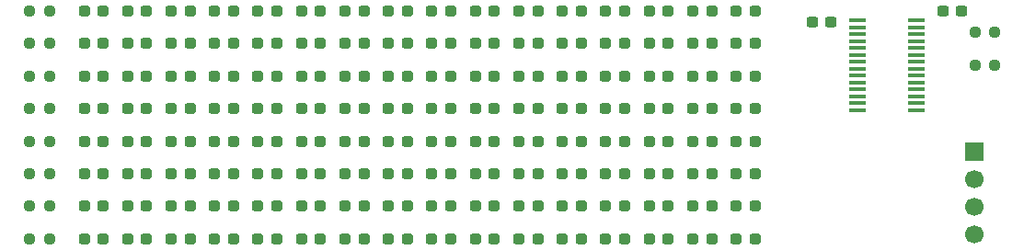
<source format=gbr>
%TF.GenerationSoftware,KiCad,Pcbnew,9.0.6*%
%TF.CreationDate,2025-12-12T10:33:16-06:00*%
%TF.ProjectId,led-pcb,6c65642d-7063-4622-9e6b-696361645f70,rev?*%
%TF.SameCoordinates,Original*%
%TF.FileFunction,Soldermask,Top*%
%TF.FilePolarity,Negative*%
%FSLAX46Y46*%
G04 Gerber Fmt 4.6, Leading zero omitted, Abs format (unit mm)*
G04 Created by KiCad (PCBNEW 9.0.6) date 2025-12-12 10:33:16*
%MOMM*%
%LPD*%
G01*
G04 APERTURE LIST*
G04 Aperture macros list*
%AMRoundRect*
0 Rectangle with rounded corners*
0 $1 Rounding radius*
0 $2 $3 $4 $5 $6 $7 $8 $9 X,Y pos of 4 corners*
0 Add a 4 corners polygon primitive as box body*
4,1,4,$2,$3,$4,$5,$6,$7,$8,$9,$2,$3,0*
0 Add four circle primitives for the rounded corners*
1,1,$1+$1,$2,$3*
1,1,$1+$1,$4,$5*
1,1,$1+$1,$6,$7*
1,1,$1+$1,$8,$9*
0 Add four rect primitives between the rounded corners*
20,1,$1+$1,$2,$3,$4,$5,0*
20,1,$1+$1,$4,$5,$6,$7,0*
20,1,$1+$1,$6,$7,$8,$9,0*
20,1,$1+$1,$8,$9,$2,$3,0*%
G04 Aperture macros list end*
%ADD10RoundRect,0.237500X-0.287500X-0.237500X0.287500X-0.237500X0.287500X0.237500X-0.287500X0.237500X0*%
%ADD11RoundRect,0.237500X-0.250000X-0.237500X0.250000X-0.237500X0.250000X0.237500X-0.250000X0.237500X0*%
%ADD12R,1.700000X1.700000*%
%ADD13C,1.700000*%
%ADD14RoundRect,0.237500X-0.300000X-0.237500X0.300000X-0.237500X0.300000X0.237500X-0.300000X0.237500X0*%
%ADD15R,1.500000X0.435000*%
G04 APERTURE END LIST*
D10*
%TO.C,D65*%
X135125000Y-101000000D03*
X136875000Y-101000000D03*
%TD*%
%TO.C,D28*%
X115125000Y-110000000D03*
X116875000Y-110000000D03*
%TD*%
%TO.C,D11*%
X107125000Y-107000000D03*
X108875000Y-107000000D03*
%TD*%
%TO.C,D110*%
X155125000Y-116000000D03*
X156875000Y-116000000D03*
%TD*%
%TO.C,D92*%
X147125000Y-110000000D03*
X148875000Y-110000000D03*
%TD*%
%TO.C,D50*%
X127125000Y-104000000D03*
X128875000Y-104000000D03*
%TD*%
%TO.C,D10*%
X107125000Y-104000000D03*
X108875000Y-104000000D03*
%TD*%
%TO.C,D91*%
X147125000Y-107000000D03*
X148875000Y-107000000D03*
%TD*%
%TO.C,D105*%
X155125000Y-101000000D03*
X156875000Y-101000000D03*
%TD*%
%TO.C,D73*%
X139125000Y-101000000D03*
X140875000Y-101000000D03*
%TD*%
D11*
%TO.C,R2*%
X98112500Y-104000000D03*
X99937500Y-104000000D03*
%TD*%
D10*
%TO.C,D39*%
X119125000Y-119000000D03*
X120875000Y-119000000D03*
%TD*%
%TO.C,D56*%
X127125000Y-122000000D03*
X128875000Y-122000000D03*
%TD*%
%TO.C,D9*%
X107125000Y-101000000D03*
X108875000Y-101000000D03*
%TD*%
%TO.C,D42*%
X123125000Y-104000000D03*
X124875000Y-104000000D03*
%TD*%
%TO.C,D45*%
X123125000Y-113000000D03*
X124875000Y-113000000D03*
%TD*%
%TO.C,D61*%
X131125000Y-113000000D03*
X132875000Y-113000000D03*
%TD*%
D11*
%TO.C,R7*%
X98112500Y-119000000D03*
X99937500Y-119000000D03*
%TD*%
D12*
%TO.C,J1*%
X185000000Y-114000000D03*
D13*
X185000000Y-116540000D03*
X185000000Y-119080000D03*
X185000000Y-121620000D03*
%TD*%
D10*
%TO.C,D100*%
X151125000Y-110000000D03*
X152875000Y-110000000D03*
%TD*%
D11*
%TO.C,R4*%
X98112500Y-110000000D03*
X99937500Y-110000000D03*
%TD*%
D10*
%TO.C,D7*%
X103150000Y-119000000D03*
X104900000Y-119000000D03*
%TD*%
%TO.C,D102*%
X151125000Y-116000000D03*
X152875000Y-116000000D03*
%TD*%
%TO.C,D34*%
X119125000Y-104000000D03*
X120875000Y-104000000D03*
%TD*%
%TO.C,D118*%
X159125000Y-116000000D03*
X160875000Y-116000000D03*
%TD*%
%TO.C,D57*%
X131125000Y-101000000D03*
X132875000Y-101000000D03*
%TD*%
%TO.C,D37*%
X119125000Y-113000000D03*
X120875000Y-113000000D03*
%TD*%
%TO.C,D78*%
X139125000Y-116000000D03*
X140875000Y-116000000D03*
%TD*%
%TO.C,D84*%
X143125000Y-110000000D03*
X144875000Y-110000000D03*
%TD*%
%TO.C,D2*%
X103150000Y-104000000D03*
X104900000Y-104000000D03*
%TD*%
D14*
%TO.C,C2*%
X170137500Y-102000000D03*
X171862500Y-102000000D03*
%TD*%
D10*
%TO.C,D59*%
X131125000Y-107000000D03*
X132875000Y-107000000D03*
%TD*%
%TO.C,D90*%
X147125000Y-104000000D03*
X148875000Y-104000000D03*
%TD*%
%TO.C,D49*%
X127125000Y-101000000D03*
X128875000Y-101000000D03*
%TD*%
%TO.C,D17*%
X111125000Y-101000000D03*
X112875000Y-101000000D03*
%TD*%
%TO.C,D36*%
X119125000Y-110000000D03*
X120875000Y-110000000D03*
%TD*%
%TO.C,D97*%
X151125000Y-101000000D03*
X152875000Y-101000000D03*
%TD*%
%TO.C,D109*%
X155125000Y-113000000D03*
X156875000Y-113000000D03*
%TD*%
%TO.C,D114*%
X159125000Y-104000000D03*
X160875000Y-104000000D03*
%TD*%
%TO.C,D43*%
X123125000Y-107000000D03*
X124875000Y-107000000D03*
%TD*%
%TO.C,D89*%
X147125000Y-101000000D03*
X148875000Y-101000000D03*
%TD*%
%TO.C,D74*%
X139125000Y-104000000D03*
X140875000Y-104000000D03*
%TD*%
%TO.C,D103*%
X151125000Y-119000000D03*
X152875000Y-119000000D03*
%TD*%
%TO.C,D86*%
X143125000Y-116000000D03*
X144875000Y-116000000D03*
%TD*%
%TO.C,D24*%
X111125000Y-122000000D03*
X112875000Y-122000000D03*
%TD*%
%TO.C,D46*%
X123125000Y-116000000D03*
X124875000Y-116000000D03*
%TD*%
D11*
%TO.C,R9*%
X185087500Y-103000000D03*
X186912500Y-103000000D03*
%TD*%
D10*
%TO.C,D5*%
X103150000Y-113000000D03*
X104900000Y-113000000D03*
%TD*%
%TO.C,D117*%
X159125000Y-113000000D03*
X160875000Y-113000000D03*
%TD*%
%TO.C,D68*%
X135125000Y-110000000D03*
X136875000Y-110000000D03*
%TD*%
%TO.C,D32*%
X115125000Y-122000000D03*
X116875000Y-122000000D03*
%TD*%
%TO.C,D23*%
X111125000Y-119000000D03*
X112875000Y-119000000D03*
%TD*%
%TO.C,D16*%
X107125000Y-122000000D03*
X108875000Y-122000000D03*
%TD*%
%TO.C,D101*%
X151125000Y-113000000D03*
X152875000Y-113000000D03*
%TD*%
%TO.C,D53*%
X127125000Y-113000000D03*
X128875000Y-113000000D03*
%TD*%
%TO.C,D123*%
X163125000Y-107000000D03*
X164875000Y-107000000D03*
%TD*%
%TO.C,D67*%
X135125000Y-107000000D03*
X136875000Y-107000000D03*
%TD*%
%TO.C,D126*%
X163125000Y-116000000D03*
X164875000Y-116000000D03*
%TD*%
%TO.C,D60*%
X131125000Y-110000000D03*
X132875000Y-110000000D03*
%TD*%
%TO.C,D29*%
X115125000Y-113000000D03*
X116875000Y-113000000D03*
%TD*%
%TO.C,D115*%
X159125000Y-107000000D03*
X160875000Y-107000000D03*
%TD*%
%TO.C,D124*%
X163125000Y-110000000D03*
X164875000Y-110000000D03*
%TD*%
%TO.C,D69*%
X135125000Y-113000000D03*
X136875000Y-113000000D03*
%TD*%
%TO.C,D127*%
X163125000Y-119000000D03*
X164875000Y-119000000D03*
%TD*%
D14*
%TO.C,C1*%
X182137500Y-101000000D03*
X183862500Y-101000000D03*
%TD*%
D11*
%TO.C,R5*%
X98112500Y-113000000D03*
X99937500Y-113000000D03*
%TD*%
D10*
%TO.C,D31*%
X115125000Y-119000000D03*
X116875000Y-119000000D03*
%TD*%
%TO.C,D19*%
X111125000Y-107000000D03*
X112875000Y-107000000D03*
%TD*%
%TO.C,D83*%
X143125000Y-107000000D03*
X144875000Y-107000000D03*
%TD*%
%TO.C,D58*%
X131125000Y-104000000D03*
X132875000Y-104000000D03*
%TD*%
%TO.C,D108*%
X155125000Y-110000000D03*
X156875000Y-110000000D03*
%TD*%
%TO.C,D112*%
X155125000Y-122000000D03*
X156875000Y-122000000D03*
%TD*%
%TO.C,D88*%
X143125000Y-122000000D03*
X144875000Y-122000000D03*
%TD*%
%TO.C,D13*%
X107125000Y-113000000D03*
X108875000Y-113000000D03*
%TD*%
%TO.C,D62*%
X131125000Y-116000000D03*
X132875000Y-116000000D03*
%TD*%
D11*
%TO.C,R6*%
X98112500Y-116000000D03*
X99937500Y-116000000D03*
%TD*%
D10*
%TO.C,D21*%
X111125000Y-113000000D03*
X112875000Y-113000000D03*
%TD*%
%TO.C,D33*%
X119125000Y-101000000D03*
X120875000Y-101000000D03*
%TD*%
D11*
%TO.C,R8*%
X98112500Y-122000000D03*
X99937500Y-122000000D03*
%TD*%
D10*
%TO.C,D120*%
X159125000Y-122000000D03*
X160875000Y-122000000D03*
%TD*%
%TO.C,D116*%
X159125000Y-110000000D03*
X160875000Y-110000000D03*
%TD*%
%TO.C,D81*%
X143125000Y-101000000D03*
X144875000Y-101000000D03*
%TD*%
%TO.C,D76*%
X139125000Y-110000000D03*
X140875000Y-110000000D03*
%TD*%
%TO.C,D51*%
X127125000Y-107000000D03*
X128875000Y-107000000D03*
%TD*%
D11*
%TO.C,R3*%
X98112500Y-107000000D03*
X99937500Y-107000000D03*
%TD*%
D10*
%TO.C,D119*%
X159125000Y-119000000D03*
X160875000Y-119000000D03*
%TD*%
%TO.C,D4*%
X103150000Y-110000000D03*
X104900000Y-110000000D03*
%TD*%
%TO.C,D85*%
X143125000Y-113000000D03*
X144875000Y-113000000D03*
%TD*%
%TO.C,D128*%
X163125000Y-122000000D03*
X164875000Y-122000000D03*
%TD*%
%TO.C,D113*%
X159125000Y-101000000D03*
X160875000Y-101000000D03*
%TD*%
%TO.C,D22*%
X111125000Y-116000000D03*
X112875000Y-116000000D03*
%TD*%
%TO.C,D47*%
X123125000Y-119000000D03*
X124875000Y-119000000D03*
%TD*%
%TO.C,D30*%
X115125000Y-116000000D03*
X116875000Y-116000000D03*
%TD*%
%TO.C,D38*%
X119125000Y-116000000D03*
X120875000Y-116000000D03*
%TD*%
D11*
%TO.C,R10*%
X185087500Y-106000000D03*
X186912500Y-106000000D03*
%TD*%
D10*
%TO.C,D40*%
X119125000Y-122000000D03*
X120875000Y-122000000D03*
%TD*%
%TO.C,D79*%
X139125000Y-119000000D03*
X140875000Y-119000000D03*
%TD*%
%TO.C,D111*%
X155125000Y-119000000D03*
X156875000Y-119000000D03*
%TD*%
%TO.C,D64*%
X131125000Y-122000000D03*
X132875000Y-122000000D03*
%TD*%
%TO.C,D93*%
X147125000Y-113000000D03*
X148875000Y-113000000D03*
%TD*%
%TO.C,D48*%
X123125000Y-122000000D03*
X124875000Y-122000000D03*
%TD*%
%TO.C,D26*%
X115125000Y-104000000D03*
X116875000Y-104000000D03*
%TD*%
%TO.C,D71*%
X135125000Y-119000000D03*
X136875000Y-119000000D03*
%TD*%
%TO.C,D95*%
X147125000Y-119000000D03*
X148875000Y-119000000D03*
%TD*%
%TO.C,D96*%
X147125000Y-122000000D03*
X148875000Y-122000000D03*
%TD*%
%TO.C,D125*%
X163125000Y-113000000D03*
X164875000Y-113000000D03*
%TD*%
%TO.C,D107*%
X155125000Y-107000000D03*
X156875000Y-107000000D03*
%TD*%
%TO.C,D82*%
X143125000Y-104000000D03*
X144875000Y-104000000D03*
%TD*%
%TO.C,D3*%
X103150000Y-107000000D03*
X104900000Y-107000000D03*
%TD*%
D15*
%TO.C,IC1*%
X174300000Y-101872000D03*
X174300000Y-102508000D03*
X174300000Y-103142000D03*
X174300000Y-103778000D03*
X174300000Y-104412000D03*
X174300000Y-105048000D03*
X174300000Y-105682000D03*
X174300000Y-106318000D03*
X174300000Y-106952000D03*
X174300000Y-107588000D03*
X174300000Y-108222000D03*
X174300000Y-108858000D03*
X174300000Y-109492000D03*
X174300000Y-110128000D03*
X179700000Y-110128000D03*
X179700000Y-109492000D03*
X179700000Y-108858000D03*
X179700000Y-108222000D03*
X179700000Y-107588000D03*
X179700000Y-106952000D03*
X179700000Y-106318000D03*
X179700000Y-105682000D03*
X179700000Y-105048000D03*
X179700000Y-104412000D03*
X179700000Y-103778000D03*
X179700000Y-103142000D03*
X179700000Y-102508000D03*
X179700000Y-101872000D03*
%TD*%
D10*
%TO.C,D99*%
X151125000Y-107000000D03*
X152875000Y-107000000D03*
%TD*%
%TO.C,D18*%
X111125000Y-104000000D03*
X112875000Y-104000000D03*
%TD*%
%TO.C,D20*%
X111125000Y-110000000D03*
X112875000Y-110000000D03*
%TD*%
%TO.C,D63*%
X131125000Y-119000000D03*
X132875000Y-119000000D03*
%TD*%
%TO.C,D35*%
X119125000Y-107000000D03*
X120875000Y-107000000D03*
%TD*%
%TO.C,D80*%
X139125000Y-122000000D03*
X140875000Y-122000000D03*
%TD*%
%TO.C,D12*%
X107125000Y-110000000D03*
X108875000Y-110000000D03*
%TD*%
D11*
%TO.C,R1*%
X98112500Y-101000000D03*
X99937500Y-101000000D03*
%TD*%
D10*
%TO.C,D52*%
X127125000Y-110000000D03*
X128875000Y-110000000D03*
%TD*%
%TO.C,D66*%
X135125000Y-104000000D03*
X136875000Y-104000000D03*
%TD*%
%TO.C,D15*%
X107125000Y-119000000D03*
X108875000Y-119000000D03*
%TD*%
%TO.C,D14*%
X107125000Y-116000000D03*
X108875000Y-116000000D03*
%TD*%
%TO.C,D55*%
X127125000Y-119000000D03*
X128875000Y-119000000D03*
%TD*%
%TO.C,D44*%
X123125000Y-110000000D03*
X124875000Y-110000000D03*
%TD*%
%TO.C,D77*%
X139125000Y-113000000D03*
X140875000Y-113000000D03*
%TD*%
%TO.C,D104*%
X151125000Y-122000000D03*
X152875000Y-122000000D03*
%TD*%
%TO.C,D122*%
X163125000Y-104000000D03*
X164875000Y-104000000D03*
%TD*%
%TO.C,D54*%
X127125000Y-116000000D03*
X128875000Y-116000000D03*
%TD*%
%TO.C,D8*%
X103150000Y-122000000D03*
X104900000Y-122000000D03*
%TD*%
%TO.C,D41*%
X123125000Y-101000000D03*
X124875000Y-101000000D03*
%TD*%
%TO.C,D87*%
X143125000Y-119000000D03*
X144875000Y-119000000D03*
%TD*%
%TO.C,D27*%
X115125000Y-107000000D03*
X116875000Y-107000000D03*
%TD*%
%TO.C,D106*%
X155125000Y-104000000D03*
X156875000Y-104000000D03*
%TD*%
%TO.C,D6*%
X103150000Y-116000000D03*
X104900000Y-116000000D03*
%TD*%
%TO.C,D25*%
X115125000Y-101000000D03*
X116875000Y-101000000D03*
%TD*%
%TO.C,D1*%
X103150000Y-101000000D03*
X104900000Y-101000000D03*
%TD*%
%TO.C,D121*%
X163125000Y-101000000D03*
X164875000Y-101000000D03*
%TD*%
%TO.C,D72*%
X135125000Y-122000000D03*
X136875000Y-122000000D03*
%TD*%
%TO.C,D70*%
X135125000Y-116000000D03*
X136875000Y-116000000D03*
%TD*%
%TO.C,D75*%
X139125000Y-107000000D03*
X140875000Y-107000000D03*
%TD*%
%TO.C,D94*%
X147125000Y-116000000D03*
X148875000Y-116000000D03*
%TD*%
%TO.C,D98*%
X151125000Y-104000000D03*
X152875000Y-104000000D03*
%TD*%
M02*

</source>
